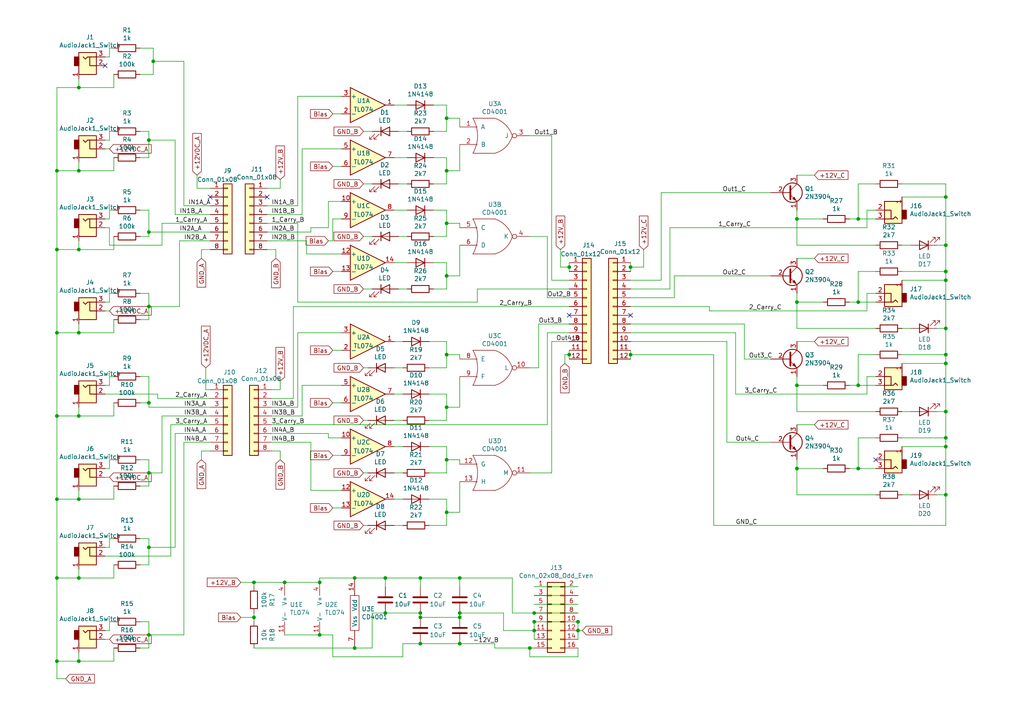
<source format=kicad_sch>
(kicad_sch (version 20250114) (generator "eeschema") (generator_version "9.0")
  (paper "A4")
  (junction (at 129.54 118.11))
  (junction (at 121.92 167.64))
  (junction (at 22.86 96.52))
  (junction (at 129.54 148.59))
  (junction (at 92.71 184.15))
  (junction (at 248.92 87.63))
  (junction (at 44.45 17.78))
  (junction (at 154.94 180.34))
  (junction (at 129.54 102.87))
  (junction (at 121.92 186.69))
  (junction (at 73.66 168.91))
  (junction (at 274.32 78.74))
  (junction (at 121.92 177.8))
  (junction (at 274.32 95.25))
  (junction (at 133.35 186.69))
  (junction (at 248.92 63.5))
  (junction (at 154.94 182.88))
  (junction (at 274.32 57.15))
  (junction (at 133.35 179.07))
  (junction (at 43.18 67.31))
  (junction (at 82.55 168.91))
  (junction (at 274.32 81.28))
  (junction (at 274.32 143.51))
  (junction (at 43.18 116.84))
  (junction (at 274.32 127))
  (junction (at 22.86 167.64))
  (junction (at 182.88 102.87))
  (junction (at 231.14 63.5))
  (junction (at 43.18 40.64))
  (junction (at 111.76 167.64))
  (junction (at 274.32 105.41))
  (junction (at 16.51 72.39))
  (junction (at 111.76 177.8))
  (junction (at 167.64 180.34))
  (junction (at 167.64 182.88))
  (junction (at 16.51 144.78))
  (junction (at 16.51 120.65))
  (junction (at 102.87 187.96))
  (junction (at 274.32 119.38))
  (junction (at 129.54 80.01))
  (junction (at 154.94 177.8))
  (junction (at 16.51 191.77))
  (junction (at 43.18 88.9))
  (junction (at 231.14 111.76))
  (junction (at 129.54 133.35))
  (junction (at 165.1 77.47))
  (junction (at 16.51 49.53))
  (junction (at 43.18 137.16))
  (junction (at 153.67 187.96))
  (junction (at 129.54 49.53))
  (junction (at 102.87 167.64))
  (junction (at 274.32 102.87))
  (junction (at 73.66 179.07))
  (junction (at 165.1 102.87))
  (junction (at 22.86 72.39))
  (junction (at 129.54 34.29))
  (junction (at 231.14 135.89))
  (junction (at 133.35 167.64))
  (junction (at 22.86 49.53))
  (junction (at 231.14 87.63))
  (junction (at 248.92 111.76))
  (junction (at 274.32 129.54))
  (junction (at 182.88 77.47))
  (junction (at 248.92 135.89))
  (junction (at 22.86 120.65))
  (junction (at 92.71 168.91))
  (junction (at 16.51 96.52))
  (junction (at 16.51 167.64))
  (junction (at 274.32 71.12))
  (junction (at 133.35 177.8))
  (junction (at 22.86 25.4))
  (junction (at 43.18 184.15))
  (junction (at 43.18 158.75))
  (junction (at 121.92 179.07))
  (junction (at 22.86 191.77))
  (junction (at 22.86 144.78))
  (junction (at 129.54 64.77))
  (no_connect (at 60.96 57.15))
  (no_connect (at 182.88 91.44))
  (no_connect (at 30.48 19.05))
  (no_connect (at 165.1 91.44))
  (no_connect (at 77.47 57.15))
  (no_connect (at 254 133.35))
  (wire (pts (xy 60.96 62.23) (xy 50.8 62.23)))
  (wire (pts (xy 78.74 120.65) (xy 87.63 120.65)))
  (wire (pts (xy 162.56 72.39) (xy 162.56 77.47)))
  (wire (pts (xy 129.54 83.82) (xy 125.73 83.82)))
  (wire (pts (xy 238.76 63.5) (xy 231.14 63.5)))
  (wire (pts (xy 40.64 109.22) (xy 43.18 109.22)))
  (wire (pts (xy 254 78.74) (xy 248.92 78.74)))
  (wire (pts (xy 102.87 187.96) (xy 107.95 187.96)))
  (wire (pts (xy 246.38 63.5) (xy 248.92 63.5)))
  (wire (pts (xy 191.77 81.28) (xy 182.88 81.28)))
  (wire (pts (xy 31.75 85.09) (xy 33.02 85.09)))
  (wire (pts (xy 129.54 38.1) (xy 125.73 38.1)))
  (wire (pts (xy 50.8 40.64) (xy 50.8 62.23)))
  (wire (pts (xy 22.86 25.4) (xy 33.02 25.4)))
  (wire (pts (xy 129.54 99.06) (xy 129.54 102.87)))
  (wire (pts (xy 43.18 45.72) (xy 40.64 45.72)))
  (wire (pts (xy 96.52 63.5) (xy 96.52 69.85)))
  (wire (pts (xy 160.02 137.16) (xy 160.02 99.06)))
  (wire (pts (xy 114.3 129.54) (xy 116.84 129.54)))
  (wire (pts (xy 133.35 134.62) (xy 133.35 133.35)))
  (wire (pts (xy 22.86 49.53) (xy 16.51 49.53)))
  (wire (pts (xy 231.14 119.38) (xy 231.14 111.76)))
  (wire (pts (xy 22.86 191.77) (xy 16.51 191.77)))
  (wire (pts (xy 182.88 78.74) (xy 182.88 77.47)))
  (wire (pts (xy 43.18 38.1) (xy 43.18 40.64)))
  (wire (pts (xy 133.35 167.64) (xy 133.35 170.18)))
  (wire (pts (xy 77.47 67.31) (xy 90.17 67.31)))
  (wire (pts (xy 116.84 137.16) (xy 114.3 137.16)))
  (wire (pts (xy 52.07 69.85) (xy 52.07 88.9)))
  (wire (pts (xy 191.77 55.88) (xy 223.52 55.88)))
  (wire (pts (xy 50.8 125.73) (xy 50.8 158.75)))
  (wire (pts (xy 99.06 63.5) (xy 96.52 63.5)))
  (wire (pts (xy 43.18 109.22) (xy 43.18 116.84)))
  (wire (pts (xy 274.32 57.15) (xy 274.32 71.12)))
  (wire (pts (xy 30.48 182.88) (xy 31.75 182.88)))
  (wire (pts (xy 60.96 123.19) (xy 49.53 123.19)))
  (wire (pts (xy 31.75 63.5) (xy 31.75 60.96)))
  (wire (pts (xy 129.54 76.2) (xy 129.54 80.01)))
  (wire (pts (xy 125.73 30.48) (xy 129.54 30.48)))
  (wire (pts (xy 44.45 13.97) (xy 44.45 17.78)))
  (wire (pts (xy 114.3 144.78) (xy 116.84 144.78)))
  (wire (pts (xy 92.71 167.64) (xy 102.87 167.64)))
  (wire (pts (xy 153.67 137.16) (xy 160.02 137.16)))
  (wire (pts (xy 248.92 53.34) (xy 254 53.34)))
  (wire (pts (xy 57.15 54.61) (xy 57.15 50.8)))
  (wire (pts (xy 87.63 43.18) (xy 87.63 62.23)))
  (wire (pts (xy 31.75 156.21) (xy 33.02 156.21)))
  (wire (pts (xy 274.32 81.28) (xy 274.32 95.25)))
  (wire (pts (xy 16.51 191.77) (xy 16.51 167.64)))
  (wire (pts (xy 81.28 54.61) (xy 77.47 54.61)))
  (wire (pts (xy 107.95 177.8) (xy 111.76 177.8)))
  (wire (pts (xy 106.68 106.68) (xy 105.41 106.68)))
  (wire (pts (xy 248.92 127) (xy 248.92 135.89)))
  (wire (pts (xy 30.48 158.75) (xy 31.75 158.75)))
  (wire (pts (xy 168.91 182.88) (xy 167.64 182.88)))
  (wire (pts (xy 22.86 167.64) (xy 33.02 167.64)))
  (wire (pts (xy 60.96 67.31) (xy 43.18 67.31)))
  (wire (pts (xy 163.83 102.87) (xy 163.83 105.41)))
  (wire (pts (xy 46.99 71.12) (xy 31.75 71.12)))
  (wire (pts (xy 30.48 63.5) (xy 31.75 63.5)))
  (wire (pts (xy 60.96 54.61) (xy 57.15 54.61)))
  (wire (pts (xy 16.51 25.4) (xy 16.51 49.53)))
  (wire (pts (xy 31.75 87.63) (xy 31.75 85.09)))
  (wire (pts (xy 22.86 72.39) (xy 33.02 72.39)))
  (wire (pts (xy 99.06 48.26) (xy 96.52 48.26)))
  (wire (pts (xy 22.86 46.99) (xy 22.86 49.53)))
  (wire (pts (xy 40.64 133.35) (xy 43.18 133.35)))
  (wire (pts (xy 254 60.96) (xy 251.46 60.96)))
  (wire (pts (xy 114.3 76.2) (xy 118.11 76.2)))
  (wire (pts (xy 92.71 168.91) (xy 92.71 167.64)))
  (wire (pts (xy 95.25 58.42) (xy 99.06 58.42)))
  (wire (pts (xy 60.96 72.39) (xy 58.42 72.39)))
  (wire (pts (xy 85.09 88.9) (xy 85.09 115.57)))
  (wire (pts (xy 86.36 64.77) (xy 86.36 87.63)))
  (wire (pts (xy 43.18 40.64) (xy 50.8 40.64)))
  (wire (pts (xy 248.92 63.5) (xy 254 63.5)))
  (wire (pts (xy 124.46 129.54) (xy 129.54 129.54)))
  (wire (pts (xy 261.62 53.34) (xy 274.32 53.34)))
  (wire (pts (xy 129.54 80.01) (xy 133.35 80.01)))
  (wire (pts (xy 40.64 180.34) (xy 43.18 180.34)))
  (wire (pts (xy 129.54 148.59) (xy 129.54 152.4)))
  (wire (pts (xy 248.92 135.89) (xy 254 135.89)))
  (wire (pts (xy 43.18 118.11) (xy 43.18 116.84)))
  (wire (pts (xy 60.96 113.03) (xy 59.69 113.03)))
  (wire (pts (xy 107.95 187.96) (xy 107.95 177.8)))
  (wire (pts (xy 31.75 109.22) (xy 33.02 109.22)))
  (wire (pts (xy 60.96 69.85) (xy 52.07 69.85)))
  (wire (pts (xy 129.54 106.68) (xy 124.46 106.68)))
  (wire (pts (xy 85.09 88.9) (xy 165.1 88.9)))
  (wire (pts (xy 45.72 115.57) (xy 45.72 114.3)))
  (wire (pts (xy 81.28 113.03) (xy 78.74 113.03)))
  (wire (pts (xy 33.02 45.72) (xy 33.02 49.53)))
  (wire (pts (xy 43.18 40.64) (xy 43.18 45.72)))
  (wire (pts (xy 33.02 21.59) (xy 33.02 25.4)))
  (wire (pts (xy 153.67 190.5) (xy 167.64 190.5)))
  (wire (pts (xy 207.01 102.87) (xy 207.01 152.4)))
  (wire (pts (xy 248.92 63.5) (xy 248.92 53.34)))
  (wire (pts (xy 31.75 90.17) (xy 30.48 90.17)))
  (wire (pts (xy 96.52 184.15) (xy 96.52 190.5)))
  (wire (pts (xy 194.31 66.04) (xy 194.31 83.82)))
  (wire (pts (xy 99.06 147.32) (xy 96.52 147.32)))
  (wire (pts (xy 254 71.12) (xy 231.14 71.12)))
  (wire (pts (xy 43.18 137.16) (xy 43.18 140.97)))
  (wire (pts (xy 31.75 71.12) (xy 31.75 66.04)))
  (wire (pts (xy 22.86 144.78) (xy 16.51 144.78)))
  (wire (pts (xy 182.88 102.87) (xy 182.88 101.6)))
  (wire (pts (xy 165.1 83.82) (xy 138.43 83.82)))
  (wire (pts (xy 50.8 158.75) (xy 43.18 158.75)))
  (wire (pts (xy 129.54 68.58) (xy 125.73 68.58)))
  (wire (pts (xy 16.51 72.39) (xy 16.51 96.52)))
  (wire (pts (xy 254 127) (xy 248.92 127)))
  (wire (pts (xy 114.3 114.3) (xy 116.84 114.3)))
  (wire (pts (xy 78.74 130.81) (xy 81.28 130.81)))
  (wire (pts (xy 40.64 85.09) (xy 43.18 85.09)))
  (wire (pts (xy 16.51 120.65) (xy 16.51 144.78)))
  (wire (pts (xy 44.45 17.78) (xy 44.45 21.59)))
  (wire (pts (xy 129.54 45.72) (xy 129.54 49.53)))
  (wire (pts (xy 129.54 114.3) (xy 129.54 118.11)))
  (wire (pts (xy 22.86 96.52) (xy 33.02 96.52)))
  (wire (pts (xy 40.64 60.96) (xy 43.18 60.96)))
  (wire (pts (xy 167.64 170.18) (xy 154.94 170.18)))
  (wire (pts (xy 248.92 102.87) (xy 248.92 111.76)))
  (wire (pts (xy 22.86 69.85) (xy 22.86 72.39)))
  (wire (pts (xy 248.92 111.76) (xy 254 111.76)))
  (wire (pts (xy 158.75 68.58) (xy 158.75 86.36)))
  (wire (pts (xy 31.75 40.64) (xy 31.75 38.1)))
  (wire (pts (xy 124.46 99.06) (xy 129.54 99.06)))
  (wire (pts (xy 254 102.87) (xy 248.92 102.87)))
  (wire (pts (xy 40.64 38.1) (xy 43.18 38.1)))
  (wire (pts (xy 165.1 101.6) (xy 165.1 102.87)))
  (wire (pts (xy 121.92 167.64) (xy 133.35 167.64)))
  (wire (pts (xy 107.95 68.58) (xy 105.41 68.58)))
  (wire (pts (xy 261.62 119.38) (xy 264.16 119.38)))
  (wire (pts (xy 129.54 133.35) (xy 129.54 137.16)))
  (wire (pts (xy 81.28 130.81) (xy 81.28 133.35)))
  (wire (pts (xy 194.31 83.82) (xy 182.88 83.82)))
  (wire (pts (xy 165.1 102.87) (xy 163.83 102.87)))
  (wire (pts (xy 80.01 72.39) (xy 80.01 74.93)))
  (wire (pts (xy 167.64 180.34) (xy 154.94 180.34)))
  (wire (pts (xy 46.99 137.16) (xy 43.18 137.16)))
  (wire (pts (xy 114.3 30.48) (xy 118.11 30.48)))
  (wire (pts (xy 129.54 137.16) (xy 124.46 137.16)))
  (wire (pts (xy 129.54 129.54) (xy 129.54 133.35)))
  (wire (pts (xy 129.54 102.87) (xy 129.54 106.68)))
  (wire (pts (xy 118.11 38.1) (xy 115.57 38.1)))
  (wire (pts (xy 99.06 132.08) (xy 96.52 132.08)))
  (wire (pts (xy 99.06 78.74) (xy 96.52 78.74)))
  (wire (pts (xy 153.67 106.68) (xy 156.21 106.68)))
  (wire (pts (xy 129.54 118.11) (xy 133.35 118.11)))
  (wire (pts (xy 274.32 81.28) (xy 261.62 81.28)))
  (wire (pts (xy 73.66 177.8) (xy 73.66 179.07)))
  (wire (pts (xy 125.73 76.2) (xy 129.54 76.2)))
  (wire (pts (xy 129.54 64.77) (xy 133.35 64.77)))
  (wire (pts (xy 146.05 177.8) (xy 146.05 182.88)))
  (wire (pts (xy 30.48 40.64) (xy 31.75 40.64)))
  (wire (pts (xy 274.32 71.12) (xy 274.32 78.74)))
  (wire (pts (xy 165.1 78.74) (xy 165.1 77.47)))
  (wire (pts (xy 251.46 114.3) (xy 213.36 114.3)))
  (wire (pts (xy 254 119.38) (xy 231.14 119.38)))
  (wire (pts (xy 182.88 104.14) (xy 182.88 102.87)))
  (wire (pts (xy 22.86 120.65) (xy 33.02 120.65)))
  (wire (pts (xy 238.76 111.76) (xy 231.14 111.76)))
  (wire (pts (xy 274.32 129.54) (xy 261.62 129.54)))
  (wire (pts (xy 31.75 158.75) (xy 31.75 156.21)))
  (wire (pts (xy 31.75 13.97) (xy 33.02 13.97)))
  (wire (pts (xy 59.69 113.03) (xy 59.69 106.68)))
  (wire (pts (xy 165.1 102.87) (xy 165.1 104.14)))
  (wire (pts (xy 86.36 27.94) (xy 86.36 59.69)))
  (wire (pts (xy 22.86 118.11) (xy 22.86 120.65)))
  (wire (pts (xy 85.09 115.57) (xy 78.74 115.57)))
  (wire (pts (xy 86.36 118.11) (xy 86.36 96.52)))
  (wire (pts (xy 210.82 99.06) (xy 210.82 128.27)))
  (wire (pts (xy 30.48 43.18) (xy 31.75 43.18)))
  (wire (pts (xy 195.58 80.01) (xy 195.58 86.36)))
  (wire (pts (xy 90.17 128.27) (xy 90.17 142.24)))
  (wire (pts (xy 31.75 38.1) (xy 33.02 38.1)))
  (wire (pts (xy 133.35 49.53) (xy 133.35 41.91)))
  (wire (pts (xy 73.66 168.91) (xy 82.55 168.91)))
  (wire (pts (xy 138.43 83.82) (xy 138.43 87.63)))
  (wire (pts (xy 60.96 125.73) (xy 50.8 125.73)))
  (wire (pts (xy 43.18 68.58) (xy 40.64 68.58)))
  (wire (pts (xy 167.64 182.88) (xy 167.64 185.42)))
  (wire (pts (xy 82.55 184.15) (xy 92.71 184.15)))
  (wire (pts (xy 231.14 87.63) (xy 231.14 85.09)))
  (wire (pts (xy 60.96 59.69) (xy 53.34 59.69)))
  (wire (pts (xy 160.02 81.28) (xy 160.02 39.37)))
  (wire (pts (xy 133.35 104.14) (xy 133.35 102.87)))
  (wire (pts (xy 58.42 72.39) (xy 58.42 74.93)))
  (wire (pts (xy 99.06 116.84) (xy 96.52 116.84)))
  (wire (pts (xy 22.86 120.65) (xy 16.51 120.65)))
  (wire (pts (xy 146.05 182.88) (xy 154.94 182.88)))
  (wire (pts (xy 82.55 168.91) (xy 92.71 168.91)))
  (wire (pts (xy 116.84 186.69) (xy 121.92 186.69)))
  (wire (pts (xy 30.48 111.76) (xy 31.75 111.76)))
  (wire (pts (xy 143.51 186.69) (xy 133.35 186.69)))
  (wire (pts (xy 44.45 21.59) (xy 40.64 21.59)))
  (wire (pts (xy 16.51 144.78) (xy 16.51 167.64)))
  (wire (pts (xy 167.64 175.26) (xy 154.94 175.26)))
  (wire (pts (xy 129.54 49.53) (xy 129.54 53.34)))
  (wire (pts (xy 138.43 87.63) (xy 86.36 87.63)))
  (wire (pts (xy 153.67 68.58) (xy 158.75 68.58)))
  (wire (pts (xy 33.02 92.71) (xy 33.02 96.52)))
  (wire (pts (xy 44.45 17.78) (xy 53.34 17.78)))
  (wire (pts (xy 95.25 66.04) (xy 95.25 58.42)))
  (wire (pts (xy 205.74 88.9) (xy 182.88 88.9)))
  (wire (pts (xy 154.94 187.96) (xy 153.67 187.96)))
  (wire (pts (xy 33.02 187.96) (xy 33.02 191.77)))
  (wire (pts (xy 215.9 104.14) (xy 223.52 104.14)))
  (wire (pts (xy 107.95 53.34) (xy 105.41 53.34)))
  (wire (pts (xy 156.21 106.68) (xy 156.21 93.98)))
  (wire (pts (xy 195.58 86.36) (xy 182.88 86.36)))
  (wire (pts (xy 43.18 60.96) (xy 43.18 67.31)))
  (wire (pts (xy 118.11 68.58) (xy 115.57 68.58)))
  (wire (pts (xy 43.18 88.9) (xy 43.18 92.71)))
  (wire (pts (xy 186.69 72.39) (xy 186.69 77.47)))
  (wire (pts (xy 87.63 43.18) (xy 99.06 43.18)))
  (wire (pts (xy 254 143.51) (xy 231.14 143.51)))
  (wire (pts (xy 30.48 161.29) (xy 49.53 161.29)))
  (wire (pts (xy 111.76 167.64) (xy 121.92 167.64)))
  (wire (pts (xy 274.32 53.34) (xy 274.32 57.15)))
  (wire (pts (xy 31.75 111.76) (xy 31.75 109.22)))
  (wire (pts (xy 251.46 109.22) (xy 251.46 114.3)))
  (wire (pts (xy 46.99 64.77) (xy 60.96 64.77)))
  (wire (pts (xy 154.94 182.88) (xy 154.94 185.42)))
  (wire (pts (xy 78.74 118.11) (xy 86.36 118.11)))
  (wire (pts (xy 118.11 83.82) (xy 115.57 83.82)))
  (wire (pts (xy 133.35 80.01) (xy 133.35 71.12)))
  (wire (pts (xy 114.3 60.96) (xy 118.11 60.96)))
  (wire (pts (xy 22.86 142.24) (xy 22.86 144.78)))
  (wire (pts (xy 31.75 16.51) (xy 31.75 13.97)))
  (wire (pts (xy 81.28 52.07) (xy 81.28 54.61)))
  (wire (pts (xy 124.46 144.78) (xy 129.54 144.78)))
  (wire (pts (xy 231.14 95.25) (xy 231.14 87.63)))
  (wire (pts (xy 43.18 163.83) (xy 40.64 163.83)))
  (wire (pts (xy 106.68 137.16) (xy 105.41 137.16)))
  (wire (pts (xy 182.88 77.47) (xy 182.88 76.2)))
  (wire (pts (xy 261.62 57.15) (xy 274.32 57.15)))
  (wire (pts (xy 182.88 99.06) (xy 210.82 99.06)))
  (wire (pts (xy 73.66 187.96) (xy 102.87 187.96)))
  (wire (pts (xy 60.96 130.81) (xy 58.42 130.81)))
  (wire (pts (xy 251.46 90.17) (xy 205.74 90.17)))
  (wire (pts (xy 116.84 152.4) (xy 114.3 152.4)))
  (wire (pts (xy 121.92 177.8) (xy 121.92 179.07)))
  (wire (pts (xy 129.54 64.77) (xy 129.54 68.58)))
  (wire (pts (xy 133.35 118.11) (xy 133.35 109.22)))
  (wire (pts (xy 106.68 121.92) (xy 105.41 121.92)))
  (wire (pts (xy 153.67 187.96) (xy 143.51 187.96)))
  (wire (pts (xy 160.02 99.06) (xy 165.1 99.06)))
  (wire (pts (xy 73.66 179.07) (xy 73.66 180.34)))
  (wire (pts (xy 195.58 80.01) (xy 223.52 80.01)))
  (wire (pts (xy 121.92 186.69) (xy 133.35 186.69)))
  (wire (pts (xy 92.71 184.15) (xy 96.52 184.15)))
  (wire (pts (xy 129.54 30.48) (xy 129.54 34.29)))
  (wire (pts (xy 60.96 118.11) (xy 43.18 118.11)))
  (wire (pts (xy 251.46 60.96) (xy 251.46 66.04)))
  (wire (pts (xy 148.59 167.64) (xy 133.35 167.64)))
  (wire (pts (xy 22.86 165.1) (xy 22.86 167.64)))
  (wire (pts (xy 16.51 196.85) (xy 16.51 191.77)))
  (wire (pts (xy 87.63 111.76) (xy 99.06 111.76)))
  (wire (pts (xy 165.1 77.47) (xy 165.1 76.2)))
  (wire (pts (xy 231.14 71.12) (xy 231.14 63.5)))
  (wire (pts (xy 167.64 180.34) (xy 167.64 182.88)))
  (wire (pts (xy 194.31 66.04) (xy 251.46 66.04)))
  (wire (pts (xy 156.21 93.98) (xy 165.1 93.98)))
  (wire (pts (xy 96.52 190.5) (xy 116.84 190.5)))
  (wire (pts (xy 254 109.22) (xy 251.46 109.22)))
  (wire (pts (xy 95.25 127) (xy 99.06 127)))
  (wire (pts (xy 231.14 99.06) (xy 236.22 99.06)))
  (wire (pts (xy 274.32 102.87) (xy 274.32 105.41)))
  (wire (pts (xy 133.35 177.8) (xy 133.35 179.07)))
  (wire (pts (xy 254 95.25) (xy 231.14 95.25)))
  (wire (pts (xy 16.51 196.85) (xy 19.05 196.85)))
  (wire (pts (xy 31.75 185.42) (xy 30.48 185.42)))
  (wire (pts (xy 107.95 38.1) (xy 105.41 38.1)))
  (wire (pts (xy 31.75 135.89) (xy 31.75 133.35)))
  (wire (pts (xy 153.67 187.96) (xy 153.67 190.5)))
  (wire (pts (xy 31.75 182.88) (xy 31.75 180.34)))
  (wire (pts (xy 251.46 85.09) (xy 251.46 90.17)))
  (wire (pts (xy 88.9 69.85) (xy 88.9 73.66)))
  (wire (pts (xy 114.3 99.06) (xy 116.84 99.06)))
  (wire (pts (xy 118.11 53.34) (xy 115.57 53.34)))
  (wire (pts (xy 154.94 172.72) (xy 167.64 172.72)))
  (wire (pts (xy 246.38 111.76) (xy 248.92 111.76)))
  (wire (pts (xy 158.75 86.36) (xy 165.1 86.36)))
  (wire (pts (xy 125.73 60.96) (xy 129.54 60.96)))
  (wire (pts (xy 129.54 152.4) (xy 124.46 152.4)))
  (wire (pts (xy 16.51 167.64) (xy 22.86 167.64)))
  (wire (pts (xy 238.76 135.89) (xy 231.14 135.89)))
  (wire (pts (xy 53.34 128.27) (xy 53.34 184.15)))
  (wire (pts (xy 231.14 74.93) (xy 236.22 74.93)))
  (wire (pts (xy 133.35 102.87) (xy 129.54 102.87)))
  (wire (pts (xy 77.47 69.85) (xy 88.9 69.85)))
  (wire (pts (xy 261.62 143.51) (xy 264.16 143.51)))
  (wire (pts (xy 133.35 34.29) (xy 129.54 34.29)))
  (wire (pts (xy 22.86 22.86) (xy 22.86 25.4)))
  (wire (pts (xy 215.9 93.98) (xy 215.9 104.14)))
  (wire (pts (xy 22.86 144.78) (xy 33.02 144.78)))
  (wire (pts (xy 124.46 114.3) (xy 129.54 114.3)))
  (wire (pts (xy 77.47 72.39) (xy 80.01 72.39)))
  (wire (pts (xy 22.86 96.52) (xy 16.51 96.52)))
  (wire (pts (xy 86.36 96.52) (xy 99.06 96.52)))
  (wire (pts (xy 60.96 120.65) (xy 46.99 120.65)))
  (wire (pts (xy 261.62 127) (xy 274.32 127)))
  (wire (pts (xy 143.51 187.96) (xy 143.51 186.69)))
  (wire (pts (xy 167.64 190.5) (xy 167.64 187.96)))
  (wire (pts (xy 246.38 87.63) (xy 248.92 87.63)))
  (wire (pts (xy 121.92 179.07) (xy 133.35 179.07)))
  (wire (pts (xy 261.62 102.87) (xy 274.32 102.87)))
  (wire (pts (xy 77.47 62.23) (xy 87.63 62.23)))
  (wire (pts (xy 69.85 179.07) (xy 73.66 179.07)))
  (wire (pts (xy 261.62 95.25) (xy 264.16 95.25)))
  (wire (pts (xy 43.18 116.84) (xy 40.64 116.84)))
  (wire (pts (xy 30.48 87.63) (xy 31.75 87.63)))
  (wire (pts (xy 16.51 49.53) (xy 16.51 72.39)))
  (wire (pts (xy 22.86 189.23) (xy 22.86 191.77)))
  (wire (pts (xy 102.87 167.64) (xy 111.76 167.64)))
  (wire (pts (xy 116.84 106.68) (xy 114.3 106.68)))
  (wire (pts (xy 133.35 36.83) (xy 133.35 34.29)))
  (wire (pts (xy 43.18 158.75) (xy 43.18 163.83)))
  (wire (pts (xy 231.14 63.5) (xy 231.14 60.96)))
  (wire (pts (xy 43.18 85.09) (xy 43.18 88.9)))
  (wire (pts (xy 43.18 156.21) (xy 43.18 158.75)))
  (wire (pts (xy 43.18 133.35) (xy 43.18 137.16)))
  (wire (pts (xy 86.36 27.94) (xy 99.06 27.94)))
  (wire (pts (xy 261.62 78.74) (xy 274.32 78.74)))
  (wire (pts (xy 22.86 49.53) (xy 33.02 49.53)))
  (wire (pts (xy 129.54 144.78) (xy 129.54 148.59)))
  (wire (pts (xy 73.66 168.91) (xy 73.66 170.18)))
  (wire (pts (xy 33.02 116.84) (xy 33.02 120.65)))
  (wire (pts (xy 45.72 114.3) (xy 30.48 114.3)))
  (wire (pts (xy 248.92 87.63) (xy 254 87.63)))
  (wire (pts (xy 153.67 39.37) (xy 160.02 39.37)))
  (wire (pts (xy 129.54 34.29) (xy 129.54 38.1)))
  (wire (pts (xy 40.64 13.97) (xy 44.45 13.97)))
  (wire (pts (xy 274.32 152.4) (xy 274.32 143.51)))
  (wire (pts (xy 121.92 167.64) (xy 121.92 170.18)))
  (wire (pts (xy 129.54 60.96) (xy 129.54 64.77)))
  (wire (pts (xy 231.14 135.89) (xy 231.14 133.35)))
  (wire (pts (xy 116.84 121.92) (xy 114.3 121.92)))
  (wire (pts (xy 43.18 67.31) (xy 43.18 68.58)))
  (wire (pts (xy 165.1 81.28) (xy 160.02 81.28)))
  (wire (pts (xy 213.36 114.3) (xy 213.36 96.52)))
  (wire (pts (xy 99.06 73.66) (xy 88.9 73.66)))
  (wire (pts (xy 106.68 152.4) (xy 105.41 152.4)))
  (wire (pts (xy 90.17 67.31) (xy 90.17 66.04)))
  (wire (pts (xy 33.02 163.83) (xy 33.02 167.64)))
  (wire (pts (xy 53.34 184.15) (xy 43.18 184.15)))
  (wire (pts (xy 274.32 105.41) (xy 261.62 105.41)))
  (wire (pts (xy 191.77 55.88) (xy 191.77 81.28)))
  (wire (pts (xy 53.34 17.78) (xy 53.34 59.69)))
  (wire (pts (xy 22.86 93.98) (xy 22.86 96.52)))
  (wire (pts (xy 99.06 101.6) (xy 96.52 101.6)))
  (wire (pts (xy 182.88 102.87) (xy 207.01 102.87)))
  (wire (pts (xy 96.52 69.85) (xy 95.25 69.85)))
  (wire (pts (xy 60.96 128.27) (xy 53.34 128.27)))
  (wire (pts (xy 43.18 180.34) (xy 43.18 184.15)))
  (wire (pts (xy 274.32 127) (xy 274.32 129.54)))
  (wire (pts (xy 69.85 168.91) (xy 73.66 168.91)))
  (wire (pts (xy 52.07 88.9) (xy 43.18 88.9)))
  (wire (pts (xy 43.18 92.71) (xy 40.64 92.71)))
  (wire (pts (xy 133.35 133.35) (xy 129.54 133.35)))
  (wire (pts (xy 236.22 123.19) (xy 231.14 123.19)))
  (wire (pts (xy 274.32 95.25) (xy 274.32 102.87)))
  (wire (pts (xy 46.99 120.65) (xy 46.99 137.16)))
  (wire (pts (xy 90.17 66.04) (xy 95.25 66.04)))
  (wire (pts (xy 87.63 111.76) (xy 87.63 120.65)))
  (wire (pts (xy 22.86 191.77) (xy 33.02 191.77)))
  (wire (pts (xy 271.78 119.38) (xy 274.32 119.38)))
  (wire (pts (xy 133.35 177.8) (xy 146.05 177.8)))
  (wire (pts (xy 22.86 72.39) (xy 16.51 72.39)))
  (wire (pts (xy 210.82 128.27) (xy 223.52 128.27)))
  (wire (pts (xy 129.54 53.34) (xy 125.73 53.34)))
  (wire (pts (xy 129.54 49.53) (xy 133.35 49.53)))
  (wire (pts (xy 182.88 93.98) (xy 215.9 93.98)))
  (wire (pts (xy 129.54 80.01) (xy 129.54 83.82)))
  (wire (pts (xy 271.78 143.51) (xy 274.32 143.51)))
  (wire (pts (xy 274.32 143.51) (xy 274.32 129.54)))
  (wire (pts (xy 158.75 123.19) (xy 158.75 96.52)))
  (wire (pts (xy 274.32 78.74) (xy 274.32 81.28)))
  (wire (pts (xy 78.74 125.73) (xy 95.25 125.73)))
  (wire (pts (xy 33.02 140.97) (xy 33.02 144.78)))
  (wire (pts (xy 129.54 121.92) (xy 124.46 121.92)))
  (wire (pts (xy 31.75 133.35) (xy 33.02 133.35)))
  (wire (pts (xy 116.84 190.5) (xy 116.84 186.69)))
  (wire (pts (xy 49.53 123.19) (xy 49.53 161.29)))
  (wire (pts (xy 78.74 123.19) (xy 158.75 123.19)))
  (wire (pts (xy 129.54 118.11) (xy 129.54 121.92)))
  (wire (pts (xy 167.64 177.8) (xy 154.94 177.8)))
  (wire (pts (xy 246.38 135.89) (xy 248.92 135.89)))
  (wire (pts (xy 78.74 128.27) (xy 90.17 128.27)))
  (wire (pts (xy 274.32 119.38) (xy 274.32 127)))
  (wire (pts (xy 16.51 96.52) (xy 16.51 120.65)))
  (wire (pts (xy 231.14 50.8) (xy 236.22 50.8)))
  (wire (pts (xy 271.78 95.25) (xy 274.32 95.25)))
  (wire (pts (xy 45.72 115.57) (xy 60.96 115.57)))
  (wire (pts (xy 111.76 177.8) (xy 121.92 177.8)))
  (wire (pts (xy 31.75 60.96) (xy 33.02 60.96)))
  (wire (pts (xy 30.48 16.51) (xy 31.75 16.51)))
  (wire (pts (xy 154.94 182.88) (xy 154.94 180.34)))
  (wire (pts (xy 274.32 105.41) (xy 274.32 119.38)))
  (wire (pts (xy 43.18 140.97) (xy 40.64 140.97)))
  (wire (pts (xy 125.73 45.72) (xy 129.54 45.72)))
  (wire (pts (xy 31.75 138.43) (xy 30.48 138.43)))
  (wire (pts (xy 99.06 33.02) (xy 96.52 33.02)))
  (wire (pts (xy 43.18 184.15) (xy 43.18 187.96)))
  (wire (pts (xy 86.36 64.77) (xy 77.47 64.77)))
  (wire (pts (xy 22.86 25.4) (xy 16.51 25.4)))
  (wire (pts (xy 58.42 130.81) (xy 58.42 133.35)))
  (wire (pts (xy 46.99 71.12) (xy 46.99 64.77)))
  (wire (pts (xy 31.75 66.04) (xy 30.48 66.04)))
  (wire (pts (xy 40.64 156.21) (xy 43.18 156.21)))
  (wire (pts (xy 158.75 96.52) (xy 165.1 96.52)))
  (wire (pts (xy 114.3 45.72) (xy 118.11 45.72)))
  (wire (pts (xy 107.95 83.82) (xy 105.41 83.82)))
  (wire (pts (xy 238.76 87.63) (xy 231.14 87.63)))
  (wire (pts (xy 31.75 180.34) (xy 33.02 180.34)))
  (wire (pts (xy 133.35 148.59) (xy 133.35 139.7)))
  (wire (pts (xy 231.14 143.51) (xy 231.14 135.89)))
  (wire (pts (xy 231.14 111.76) (xy 231.14 109.22)))
  (wire (pts (xy 95.25 125.73) (xy 95.25 127)))
  (wire (pts (xy 205.74 90.17) (xy 205.74 88.9)))
  (wire (pts (xy 254 85.09) (xy 251.46 85.09)))
  (wire (pts (xy 77.47 59.69) (xy 86.36 59.69)))
  (wire (pts (xy 248.92 78.74) (xy 248.92 87.63)))
  (wire (pts (xy 90.17 142.24) (xy 99.06 142.24)))
  (wire (pts (xy 43.18 187.96) (xy 40.64 187.96)))
  (wire (pts (xy 182.88 96.52) (xy 213.36 96.52)))
  (wire (pts (xy 81.28 110.49) (xy 81.28 113.03)))
  (wire (pts (xy 271.78 71.12) (xy 274.32 71.12)))
  (wire (pts (xy 30.48 135.89) (xy 31.75 135.89)))
  (wire (pts (xy 111.76 167.64) (xy 111.76 170.18)))
  (wire (pts (xy 207.01 152.4) (xy 274.32 152.4)))
  (wire (pts (xy 129.54 148.59) (xy 133.35 148.59)))
  (wire (pts (xy 154.94 177.8) (xy 148.59 177.8)))
  (wire (pts (xy 186.69 77.47) (xy 182.88 77.47)))
  (wire (pts (xy 162.56 77.47) (xy 165.1 77.47)))
  (wire (pts (xy 261.62 71.12) (xy 264.16 71.12)))
  (wire (pts (xy 33.02 68.58) (xy 33.02 72.39)))
  (wire (pts (xy 133.35 64.77) (xy 133.35 66.04)))
  (wire (pts (xy 148.59 177.8) (xy 148.59 167.64)))
  (label "3_Carry_B" (at 78.74 123.19 0))
  (label "Out4_C" (at 213.36 128.27 0))
  (label "-12V_B" (at 137.16 186.69 0))
  (label "Out4_B" (at 161.29 99.06 0))
  (label "IN2A_A" (at 52.07 67.31 0))
  (label "GND_C" (at 213.36 152.4 0))
  (label "2_Carry_C" (at 217.17 90.17 0))
  (label "Out2_C" (at 209.55 80.01 0))
  (label "IN4B_A" (at 53.34 128.27 0))
  (label "IN2B_A" (at 53.34 69.85 0))
  (label "1_Carry_A" (at 50.8 64.77 0))
  (label "Out1_B" (at 154.94 39.37 0))
  (label "IN4A_B" (at 78.74 125.73 0))
  (label "IN2B_B" (at 78.74 69.85 0))
  (label "IN1A_A" (at 54.61 59.69 0))
  (label "IN1A_B" (at 78.74 59.69 0))
  (label "IN3A_A" (at 53.34 118.11 0))
  (label "2_Carry_A" (at 50.8 115.57 0))
  (label "Out3_C" (at 217.17 104.14 0))
  (label "IN1B_A" (at 52.07 62.23 0))
  (label "IN4A_A" (at 53.34 125.73 0))
  (label "1_Carry_C" (at 208.28 66.04 0))
  (label "Out3_B" (at 156.21 93.98 0))
  (label "Out2_B" (at 158.75 86.36 0))
  (label "IN3B_B" (at 78.74 120.65 0))
  (label "IN3A_B" (at 78.74 118.11 0))
  (label "1_Carry_B" (at 78.74 64.77 0))
  (label "3_Carry_C" (at 215.9 114.3 0))
  (label "Out1_C" (at 209.55 55.88 0))
  (label "IN3B_A" (at 53.34 120.65 0))
  (label "2_Carry_B" (at 144.78 88.9 0))
  (label "3_Carry_A" (at 50.8 123.19 0))
  (label "IN1B_B" (at 78.74 62.23 0))
  (label "IN2A_B" (at 78.74 67.31 0))
  (label "IN4B_B" (at 78.74 128.27 0))
  (global_label "Bias" (shape input) (at 96.52 101.6 180) (property "Intersheetrefs" "${INTERSHEET_REFS}" (effects (hide yes))))
  (global_label "+12V_C" (shape input) (at 236.22 123.19 0) (property "Intersheetrefs" "${INTERSHEET_REFS}" (effects (hide yes))))
  (global_label "GND_B" (shape input) (at 105.41 38.1 180) (property "Intersheetrefs" "${INTERSHEET_REFS}" (effects (hide yes))))
  (global_label "Bias" (shape input) (at 96.52 48.26 180) (property "Intersheetrefs" "${INTERSHEET_REFS}" (effects (hide yes))))
  (global_label "GND_A" (shape input) (at 19.05 196.85 0) (property "Intersheetrefs" "${INTERSHEET_REFS}" (effects (hide yes))))
  (global_label "GND_A" (shape input) (at 58.42 74.93 270) (property "Intersheetrefs" "${INTERSHEET_REFS}" (effects (hide yes))))
  (global_label "GND_B" (shape input) (at 105.41 53.34 180) (property "Intersheetrefs" "${INTERSHEET_REFS}" (effects (hide yes))))
  (global_label "Bias" (shape input) (at 96.52 116.84 180) (property "Intersheetrefs" "${INTERSHEET_REFS}" (effects (hide yes))))
  (global_label "Bias" (shape input) (at 96.52 33.02 180) (property "Intersheetrefs" "${INTERSHEET_REFS}" (effects (hide yes))))
  (global_label "+12V_B" (shape input) (at 81.28 110.49 90) (property "Intersheetrefs" "${INTERSHEET_REFS}" (effects (hide yes))))
  (global_label "+12V_B" (shape input) (at 69.85 168.91 180) (property "Intersheetrefs" "${INTERSHEET_REFS}" (effects (hide yes))))
  (global_label "GND_B" (shape input) (at 105.41 121.92 180) (property "Intersheetrefs" "${INTERSHEET_REFS}" (effects (hide yes))))
  (global_label "+12V_C" (shape input) (at 236.22 50.8 0) (property "Intersheetrefs" "${INTERSHEET_REFS}" (effects (hide yes))))
  (global_label "+12VDC_A" (shape input) (at 59.69 106.68 90) (property "Intersheetrefs" "${INTERSHEET_REFS}" (effects (hide yes))))
  (global_label "+12V_B" (shape input) (at 81.28 52.07 90) (property "Intersheetrefs" "${INTERSHEET_REFS}" (effects (hide yes))))
  (global_label "+12V_B" (shape input) (at 162.56 72.39 90) (property "Intersheetrefs" "${INTERSHEET_REFS}" (effects (hide yes))))
  (global_label "+12V_C" (shape input) (at 186.69 72.39 90) (property "Intersheetrefs" "${INTERSHEET_REFS}" (effects (hide yes))))
  (global_label "+12VDC_A" (shape input) (at 31.75 185.42 0) (property "Intersheetrefs" "${INTERSHEET_REFS}" (effects (hide yes))))
  (global_label "+12VDC_A" (shape input) (at 31.75 138.43 0) (property "Intersheetrefs" "${INTERSHEET_REFS}" (effects (hide yes))))
  (global_label "Bias" (shape input) (at 95.25 69.85 180) (property "Intersheetrefs" "${INTERSHEET_REFS}" (effects (hide yes))))
  (global_label "GND_B" (shape input) (at 168.91 182.88 0) (property "Intersheetrefs" "${INTERSHEET_REFS}" (effects (hide yes))))
  (global_label "GND_B" (shape input) (at 105.41 137.16 180) (property "Intersheetrefs" "${INTERSHEET_REFS}" (effects (hide yes))))
  (global_label "GND_B" (shape input) (at 81.28 133.35 270) (property "Intersheetrefs" "${INTERSHEET_REFS}" (effects (hide yes))))
  (global_label "GND_B" (shape input) (at 163.83 105.41 270) (property "Intersheetrefs" "${INTERSHEET_REFS}" (effects (hide yes))))
  (global_label "GND_A" (shape input) (at 58.42 133.35 270) (property "Intersheetrefs" "${INTERSHEET_REFS}" (effects (hide yes))))
  (global_label "GND_B" (shape input) (at 80.01 74.93 270) (property "Intersheetrefs" "${INTERSHEET_REFS}" (effects (hide yes))))
  (global_label "+12VDC_A" (shape input) (at 57.15 50.8 90) (property "Intersheetrefs" "${INTERSHEET_REFS}" (effects (hide yes))))
  (global_label "Bias" (shape input) (at 69.85 179.07 180) (property "Intersheetrefs" "${INTERSHEET_REFS}" (effects (hide yes))))
  (global_label "GND_B" (shape input) (at 105.41 68.58 180) (property "Intersheetrefs" "${INTERSHEET_REFS}" (effects (hide yes))))
  (global_label "+12VDC_A" (shape input) (at 31.75 43.18 0) (property "Intersheetrefs" "${INTERSHEET_REFS}" (effects (hide yes))))
  (global_label "GND_B" (shape input) (at 105.41 83.82 180) (property "Intersheetrefs" "${INTERSHEET_REFS}" (effects (hide yes))))
  (global_label "+12V_C" (shape input) (at 236.22 99.06 0) (property "Intersheetrefs" "${INTERSHEET_REFS}" (effects (hide yes))))
  (global_label "+12VDC_A" (shape input) (at 31.75 90.17 0) (property "Intersheetrefs" "${INTERSHEET_REFS}" (effects (hide yes))))
  (global_label "Bias" (shape input) (at 96.52 78.74 180) (property "Intersheetrefs" "${INTERSHEET_REFS}" (effects (hide yes))))
  (global_label "Bias" (shape input) (at 96.52 147.32 180) (property "Intersheetrefs" "${INTERSHEET_REFS}" (effects (hide yes))))
  (global_label "+12V_C" (shape input) (at 236.22 74.93 0) (property "Intersheetrefs" "${INTERSHEET_REFS}" (effects (hide yes))))
  (global_label "GND_B" (shape input) (at 105.41 106.68 180) (property "Intersheetrefs" "${INTERSHEET_REFS}" (effects (hide yes))))
  (global_label "Bias" (shape input) (at 96.52 132.08 180) (property "Intersheetrefs" "${INTERSHEET_REFS}" (effects (hide yes))))
  (global_label "GND_B" (shape input) (at 105.41 152.4 180) (property "Intersheetrefs" "${INTERSHEET_REFS}" (effects (hide yes))))
  (symbol (lib_id "Connector_Generic:Conn_02x08_Odd_Even") (at 160.02 177.8 0) (unit 1)
    (property "Reference" "J13" (at 161.29 164.6682 0))
    (property "Value" "Conn_02x08_Odd_Even" (at 161.29 166.9796 0))
    (property "Footprint" "Pin_Headers:Pin_Header_Straight_2x08_Pitch2.54mm" (effects (hide yes)))
  )
  (symbol (lib_id "Custom_Lib:AudioJack1_Switch") (at 25.4 19.05 0) (unit 1)
    (property "Reference" "J1" (at 26.1112 10.795 0))
    (property "Value" "AudioJack1_Switch" (at 26.1112 13.1064 0))
    (property "Footprint" "Custom_Library:Mono_Jack_3.5mm_Switch_Switchcraft_35RAPC2AH3" (effects (hide yes)))
  )
  (symbol (lib_id "Custom_Lib:AudioJack1_Switch") (at 259.08 60.96 180) (unit 1)
    (property "Reference" "J16" (at 263.8552 59.7154 0) (effects (justify right)))
    (property "Value" "AudioJack1_Switch" (at 263.8552 62.0268 0) (effects (justify right)))
    (property "Footprint" "Custom_Library:Mono_Jack_3.5mm_Switch_Switchcraft_35RAPC2AH3" (effects (hide yes)))
  )
  (symbol (lib_id "Custom_Lib:AudioJack1_Switch") (at 259.08 85.09 180) (unit 1)
    (property "Reference" "J17" (at 263.8552 83.8454 0) (effects (justify right)))
    (property "Value" "AudioJack1_Switch" (at 263.8552 86.1568 0) (effects (justify right)))
    (property "Footprint" "Custom_Library:Mono_Jack_3.5mm_Switch_Switchcraft_35RAPC2AH3" (effects (hide yes)))
  )
  (symbol (lib_id "Custom_Lib:AudioJack1_Switch") (at 259.08 133.35 180) (unit 1)
    (property "Reference" "J19" (at 263.8552 132.1054 0) (effects (justify right)))
    (property "Value" "AudioJack1_Switch" (at 263.8552 134.4168 0) (effects (justify right)))
    (property "Footprint" "Custom_Library:Mono_Jack_3.5mm_Switch_Switchcraft_35RAPC2AH3" (effects (hide yes)))
  )
  (symbol (lib_id "Custom_Lib:AudioJack1_Switch") (at 259.08 109.22 180) (unit 1)
    (property "Reference" "J18" (at 263.8552 107.9754 0) (effects (justify right)))
    (property "Value" "AudioJack1_Switch" (at 263.8552 110.2868 0) (effects (justify right)))
    (property "Footprint" "Custom_Library:Mono_Jack_3.5mm_Switch_Switchcraft_35RAPC2AH3" (effects (hide yes)))
  )
  (symbol (lib_id "Device:C") (at 121.92 173.99 180) (unit 1)
    (property "Reference" "C2" (at 127 172.72 0))
    (property "Value" "10uF" (at 127 175.26 0))
    (property "Footprint" "Capacitors_THT:C_Disc_D5.0mm_W2.5mm_P2.50mm" (effects (hide yes)))
  )
  (symbol (lib_id "Device:LED") (at 267.97 71.12 180) (unit 1)
    (property "Reference" "D17" (at 268.1478 76.6064 0))
    (property "Value" "LED" (at 268.1478 74.295 0))
    (property "Footprint" "LEDs:LED_Rectangular_W3.9mm_H1.9mm" (effects (hide yes)))
  )
  (symbol (lib_id "Device:R") (at 257.81 71.12 270) (unit 1)
    (property "Reference" "R32" (at 257.81 65.8622 90))
    (property "Value" "2k7" (at 257.81 68.1736 90))
    (property "Footprint" "Resistors_THT:R_Axial_DIN0207_L6.3mm_D2.5mm_P10.16mm_Horizontal" (effects (hide yes)))
  )
  (symbol (lib_id "Device:LED") (at 267.97 95.25 180) (unit 1)
    (property "Reference" "D18" (at 268.1478 100.7364 0))
    (property "Value" "LED" (at 268.1478 98.425 0))
    (property "Footprint" "LEDs:LED_Rectangular_W3.9mm_H1.9mm" (effects (hide yes)))
  )
  (symbol (lib_id "Device:LED") (at 267.97 119.38 180) (unit 1)
    (property "Reference" "D19" (at 268.1478 124.8664 0))
    (property "Value" "LED" (at 268.1478 122.555 0))
    (property "Footprint" "LEDs:LED_Rectangular_W3.9mm_H1.9mm" (effects (hide yes)))
  )
  (symbol (lib_id "Device:LED") (at 267.97 143.51 180) (unit 1)
    (property "Reference" "D20" (at 268.1478 148.9964 0))
    (property "Value" "LED" (at 268.1478 146.685 0))
    (property "Footprint" "LEDs:LED_Rectangular_W3.9mm_H1.9mm" (effects (hide yes)))
  )
  (symbol (lib_id "Device:R") (at 257.81 78.74 270) (unit 1)
    (property "Reference" "R33" (at 257.81 73.4822 90))
    (property "Value" "1k" (at 257.81 75.7936 90))
    (property "Footprint" "Resistors_THT:R_Axial_DIN0207_L6.3mm_D2.5mm_P10.16mm_Horizontal" (effects (hide yes)))
  )
  (symbol (lib_id "Connector_Generic:Conn_01x08") (at 66.04 62.23 0) (unit 1)
    (property "Reference" "J9" (at 64.77 49.53 0) (effects (justify left)))
    (property "Value" "Conn_01x08" (at 57.15 52.07 0) (effects (justify left)))
    (property "Footprint" "Pin_Headers:Pin_Header_Straight_1x08_Pitch2.54mm" (effects (hide yes)))
  )
  (symbol (lib_id "Connector_Generic:Conn_01x08") (at 72.39 62.23 0) (mirror y) (unit 1)
    (property "Reference" "J11" (at 74.4728 49.0982 0))
    (property "Value" "Conn_01x08" (at 74.4728 51.4096 0))
    (property "Footprint" "Pin_Headers:Pin_Header_Straight_1x08_Pitch2.54mm" (effects (hide yes)))
  )
  (symbol (lib_id "Device:R") (at 257.81 95.25 270) (unit 1)
    (property "Reference" "R34" (at 257.81 89.9922 90))
    (property "Value" "2k7" (at 257.81 92.3036 90))
    (property "Footprint" "Resistors_THT:R_Axial_DIN0207_L6.3mm_D2.5mm_P10.16mm_Horizontal" (effects (hide yes)))
  )
  (symbol (lib_id "Device:R") (at 257.81 119.38 270) (unit 1)
    (property "Reference" "R36" (at 257.81 114.1222 90))
    (property "Value" "2k7" (at 257.81 116.4336 90))
    (property "Footprint" "Resistors_THT:R_Axial_DIN0207_L6.3mm_D2.5mm_P10.16mm_Horizontal" (effects (hide yes)))
  )
  (symbol (lib_id "Device:R") (at 257.81 143.51 270) (unit 1)
    (property "Reference" "R38" (at 257.81 138.2522 90))
    (property "Value" "2k7" (at 257.81 140.5636 90))
    (property "Footprint" "Resistors_THT:R_Axial_DIN0207_L6.3mm_D2.5mm_P10.16mm_Horizontal" (effects (hide yes)))
  )
  (symbol (lib_id "Device:R") (at 257.81 102.87 270) (unit 1)
    (property "Reference" "R35" (at 257.81 97.6122 90))
    (property "Value" "1k" (at 257.81 99.9236 90))
    (property "Footprint" "Resistors_THT:R_Axial_DIN0207_L6.3mm_D2.5mm_P10.16mm_Horizontal" (effects (hide yes)))
  )
  (symbol (lib_id "Device:R") (at 257.81 127 270) (unit 1)
    (property "Reference" "R37" (at 257.81 121.7422 90))
    (property "Value" "1k" (at 257.81 124.0536 90))
    (property "Footprint" "Resistors_THT:R_Axial_DIN0207_L6.3mm_D2.5mm_P10.16mm_Horizontal" (effects (hide yes)))
  )
  (symbol (lib_id "Device:R") (at 257.81 53.34 270) (unit 1)
    (property "Reference" "R31" (at 257.81 48.0822 90))
    (property "Value" "1k" (at 257.81 50.3936 90))
    (property "Footprint" "Resistors_THT:R_Axial_DIN0207_L6.3mm_D2.5mm_P10.16mm_Horizontal" (effects (hide yes)))
  )
  (symbol (lib_id "Device:R") (at 242.57 63.5 270) (unit 1)
    (property "Reference" "R27" (at 242.57 58.2422 90))
    (property "Value" "1k" (at 242.57 60.5536 90))
    (property "Footprint" "Resistors_THT:R_Axial_DIN0207_L6.3mm_D2.5mm_P10.16mm_Horizontal" (effects (hide yes)))
  )
  (symbol (lib_id "Device:R") (at 242.57 87.63 270) (unit 1)
    (property "Reference" "R28" (at 242.57 82.3722 90))
    (property "Value" "1k" (at 242.57 84.6836 90))
    (property "Footprint" "Resistors_THT:R_Axial_DIN0207_L6.3mm_D2.5mm_P10.16mm_Horizontal" (effects (hide yes)))
  )
  (symbol (lib_id "Device:R") (at 242.57 111.76 270) (unit 1)
    (property "Reference" "R29" (at 242.57 106.5022 90))
    (property "Value" "1k" (at 242.57 108.8136 90))
    (property "Footprint" "Resistors_THT:R_Axial_DIN0207_L6.3mm_D2.5mm_P10.16mm_Horizontal" (effects (hide yes)))
  )
  (symbol (lib_id "Device:R") (at 242.57 135.89 270) (unit 1)
    (property "Reference" "R30" (at 242.57 130.6322 90))
    (property "Value" "1k" (at 242.57 132.9436 90))
    (property "Footprint" "Resistors_THT:R_Axial_DIN0207_L6.3mm_D2.5mm_P10.16mm_Horizontal" (effects (hide yes)))
  )
  (symbol (lib_id "Amplifier_Operational:TL074") (at 106.68 30.48 0) (unit 1)
    (property "Reference" "U1" (at 105.41 29.21 0))
    (property "Value" "TL074" (at 105.41 31.75 0))
    (property "Footprint" "Housings_DIP:DIP-14_W7.62mm_Socket" (effects (hide yes)))
    (property "Datasheet" "http://www.ti.com/lit/ds/symlink/tl071.pdf" (effects (hide yes)))
  )
  (symbol (lib_id "Amplifier_Operational:TL074") (at 106.68 45.72 0) (unit 2)
    (property "Reference" "U1" (at 105.41 44.45 0))
    (property "Value" "TL074" (at 105.41 46.99 0))
    (property "Footprint" "Housings_DIP:DIP-14_W7.62mm_Socket" (effects (hide yes)))
    (property "Datasheet" "http://www.ti.com/lit/ds/symlink/tl071.pdf" (effects (hide yes)))
  )
  (symbol (lib_id "Amplifier_Operational:TL074") (at 106.68 60.96 0) (unit 3)
    (property "Reference" "U1" (at 105.41 59.69 0))
    (property "Value" "TL074" (at 105.41 62.23 0))
    (property "Footprint" "Housings_DIP:DIP-14_W7.62mm_Socket" (effects (hide yes)))
    (property "Datasheet" "http://www.ti.com/lit/ds/symlink/tl071.pdf" (effects (hide yes)))
  )
  (symbol (lib_id "Amplifier_Operational:TL074") (at 106.68 76.2 0) (unit 4)
    (property "Reference" "U1" (at 105.41 74.93 0))
    (property "Value" "TL074" (at 105.41 77.47 0))
    (property "Footprint" "Housings_DIP:DIP-14_W7.62mm_Socket" (effects (hide yes)))
    (property "Datasheet" "http://www.ti.com/lit/ds/symlink/tl071.pdf" (effects (hide yes)))
  )
  (symbol (lib_id "Amplifier_Operational:TL074") (at 85.09 176.53 0) (unit 5)
    (property "Reference" "U1" (at 84.0232 175.3616 0) (effects (justify left)))
    (property "Value" "TL074" (at 84.0232 177.673 0) (effects (justify left)))
    (property "Footprint" "Housings_DIP:DIP-14_W7.62mm_Socket" (effects (hide yes)))
    (property "Datasheet" "http://www.ti.com/lit/ds/symlink/tl071.pdf" (effects (hide yes)))
  )
  (symbol (lib_id "Amplifier_Operational:TL074") (at 106.68 99.06 0) (unit 1)
    (property "Reference" "U2" (at 105.41 97.79 0))
    (property "Value" "TL074" (at 105.41 100.33 0))
    (property "Footprint" "Housings_DIP:DIP-14_W7.62mm_Socket" (effects (hide yes)))
    (property "Datasheet" "http://www.ti.com/lit/ds/symlink/tl071.pdf" (effects (hide yes)))
  )
  (symbol (lib_id "Amplifier_Operational:TL074") (at 106.68 114.3 0) (unit 2)
    (property "Reference" "U2" (at 105.41 113.03 0))
    (property "Value" "TL074" (at 105.41 115.57 0))
    (property "Footprint" "Housings_DIP:DIP-14_W7.62mm_Socket" (effects (hide yes)))
    (property "Datasheet" "http://www.ti.com/lit/ds/symlink/tl071.pdf" (effects (hide yes)))
  )
  (symbol (lib_id "Amplifier_Operational:TL074") (at 106.68 129.54 0) (unit 3)
    (property "Reference" "U2" (at 105.41 128.27 0))
    (property "Value" "TL074" (at 105.41 130.81 0))
    (property "Footprint" "Housings_DIP:DIP-14_W7.62mm_Socket" (effects (hide yes)))
    (property "Datasheet" "http://www.ti.com/lit/ds/symlink/tl071.pdf" (effects (hide yes)))
  )
  (symbol (lib_id "Amplifier_Operational:TL074") (at 106.68 144.78 0) (unit 4)
    (property "Reference" "U2" (at 105.41 143.51 0))
    (property "Value" "TL074" (at 105.41 146.05 0))
    (property "Footprint" "Housings_DIP:DIP-14_W7.62mm_Socket" (effects (hide yes)))
    (property "Datasheet" "http://www.ti.com/lit/ds/symlink/tl071.pdf" (effects (hide yes)))
  )
  (symbol (lib_id "Amplifier_Operational:TL074") (at 95.25 176.53 0) (unit 5)
    (property "Reference" "U2" (at 94.1832 175.3616 0) (effects (justify left)))
    (property "Value" "TL074" (at 94.1832 177.673 0) (effects (justify left)))
    (property "Footprint" "Housings_DIP:DIP-14_W7.62mm_Socket" (effects (hide yes)))
    (property "Datasheet" "http://www.ti.com/lit/ds/symlink/tl071.pdf" (effects (hide yes)))
  )
  (symbol (lib_id "Connector_Generic:Conn_01x12") (at 170.18 88.9 0) (unit 1)
    (property "Reference" "J14" (at 168.91 71.12 0) (effects (justify left)))
    (property "Value" "Conn_01x12" (at 162.56 73.66 0) (effects (justify left)))
    (property "Footprint" "Pin_Headers:Pin_Header_Straight_1x12_Pitch2.54mm" (effects (hide yes)))
  )
  (symbol (lib_id "Connector_Generic:Conn_01x12") (at 177.8 88.9 0) (mirror y) (unit 1)
    (property "Reference" "J15" (at 179.8828 70.6882 0))
    (property "Value" "Conn_01x12" (at 179.8828 72.9996 0))
    (property "Footprint" "Pin_Headers:Pin_Header_Straight_1x12_Pitch2.54mm" (effects (hide yes)))
  )
  (symbol (lib_id "Device:R") (at 36.83 13.97 270) (unit 1)
    (property "Reference" "R1" (at 36.83 8.7122 90))
    (property "Value" "1k" (at 36.83 11.0236 90))
    (property "Footprint" "Resistors_THT:R_Axial_DIN0207_L6.3mm_D2.5mm_P10.16mm_Horizontal" (effects (hide yes)))
  )
  (symbol (lib_id "Device:R") (at 36.83 21.59 270) (unit 1)
    (property "Reference" "R2" (at 36.83 16.3322 90))
    (property "Value" "100k" (at 36.83 18.6436 90))
    (property "Footprint" "Resistors_THT:R_Axial_DIN0207_L6.3mm_D2.5mm_P10.16mm_Horizontal" (effects (hide yes)))
  )
  (symbol (lib_id "Device:LED") (at 111.76 38.1 0) (unit 1)
    (property "Reference" "D1" (at 111.5822 32.6136 0))
    (property "Value" "LED" (at 111.5822 34.925 0))
    (property "Footprint" "LEDs:LED_Rectangular_W3.9mm_H1.9mm" (effects (hide yes)))
  )
  (symbol (lib_id "Custom_Lib:AudioJack1_Switch") (at 25.4 43.18 0) (unit 1)
    (property "Reference" "J2" (at 26.1112 34.925 0))
    (property "Value" "AudioJack1_Switch" (at 26.1112 37.2364 0))
    (property "Footprint" "Custom_Library:Mono_Jack_3.5mm_Switch_Switchcraft_35RAPC2AH3" (effects (hide yes)))
  )
  (symbol (lib_id "Device:R") (at 36.83 38.1 270) (unit 1)
    (property "Reference" "R3" (at 36.83 32.8422 90))
    (property "Value" "1k" (at 36.83 35.1536 90))
    (property "Footprint" "Resistors_THT:R_Axial_DIN0207_L6.3mm_D2.5mm_P10.16mm_Horizontal" (effects (hide yes)))
  )
  (symbol (lib_id "Device:R") (at 36.83 45.72 270) (unit 1)
    (property "Reference" "R4" (at 36.83 40.4622 90))
    (property "Value" "100k" (at 36.83 42.7736 90))
    (property "Footprint" "Resistors_THT:R_Axial_DIN0207_L6.3mm_D2.5mm_P10.16mm_Horizontal" (effects (hide yes)))
  )
  (symbol (lib_id "Device:LED") (at 111.76 53.34 0) (unit 1)
    (property "Reference" "D2" (at 111.5822 47.8536 0))
    (property "Value" "LED" (at 111.5822 50.165 0))
    (property "Footprint" "LEDs:LED_Rectangular_W3.9mm_H1.9mm" (effects (hide yes)))
  )
  (symbol (lib_id "Custom_Lib:AudioJack1_Switch") (at 25.4 66.04 0) (unit 1)
    (property "Reference" "J3" (at 26.1112 57.785 0))
    (property "Value" "AudioJack1_Switch" (at 26.1112 60.0964 0))
    (property "Footprint" "Custom_Library:Mono_Jack_3.5mm_Switch_Switchcraft_35RAPC2AH3" (effects (hide yes)))
  )
  (symbol (lib_id "Device:R") (at 36.83 60.96 270) (unit 1)
    (property "Reference" "R5" (at 36.83 55.7022 90))
    (property "Value" "1k" (at 36.83 58.0136 90))
    (property "Footprint" "Resistors_THT:R_Axial_DIN0207_L6.3mm_D2.5mm_P10.16mm_Horizontal" (effects (hide yes)))
  )
  (symbol (lib_id "Device:R") (at 36.83 68.58 270) (unit 1)
    (property "Reference" "R6" (at 36.83 63.3222 90))
    (property "Value" "100k" (at 36.83 65.6336 90))
    (property "Footprint" "Resistors_THT:R_Axial_DIN0207_L6.3mm_D2.5mm_P10.16mm_Horizontal" (effects (hide yes)))
  )
  (symbol (lib_id "Device:LED") (at 111.76 68.58 0) (unit 1)
    (property "Reference" "D3" (at 111.5822 63.0936 0))
    (property "Value" "LED" (at 111.5822 65.405 0))
    (property "Footprint" "LEDs:LED_Rectangular_W3.9mm_H1.9mm" (effects (hide yes)))
  )
  (symbol (lib_id "Custom_Lib:AudioJack1_Switch") (at 25.4 90.17 0) (unit 1)
    (property "Reference" "J4" (at 26.1112 81.915 0))
    (property "Value" "AudioJack1_Switch" (at 26.1112 84.2264 0))
    (property "Footprint" "Custom_Library:Mono_Jack_3.5mm_Switch_Switchcraft_35RAPC2AH3" (effects (hide yes)))
  )
  (symbol (lib_id "Device:R") (at 36.83 85.09 270) (unit 1)
    (property "Reference" "R7" (at 36.83 79.8322 90))
    (property "Value" "1k" (at 36.83 82.1436 90))
    (property "Footprint" "Resistors_THT:R_Axial_DIN0207_L6.3mm_D2.5mm_P10.16mm_Horizontal" (effects (hide yes)))
  )
  (symbol (lib_id "Device:R") (at 36.83 92.71 270) (unit 1)
    (property "Reference" "R8" (at 36.83 87.4522 90))
    (property "Value" "100k" (at 36.83 89.7636 90))
    (property "Footprint" "Resistors_THT:R_Axial_DIN0207_L6.3mm_D2.5mm_P10.16mm_Horizontal" (effects (hide yes)))
  )
  (symbol (lib_id "Device:LED") (at 111.76 83.82 0) (unit 1)
    (property "Reference" "D4" (at 111.5822 78.3336 0))
    (property "Value" "LED" (at 111.5822 80.645 0))
    (property "Footprint" "LEDs:LED_Rectangular_W3.9mm_H1.9mm" (effects (hide yes)))
  )
  (symbol (lib_id "Custom_Lib:AudioJack1_Switch") (at 25.4 114.3 0) (unit 1)
    (property "Reference" "J5" (at 26.1112 106.045 0))
    (property "Value" "AudioJack1_Switch" (at 26.1112 108.3564 0))
    (property "Footprint" "Custom_Library:Mono_Jack_3.5mm_Switch_Switchcraft_35RAPC2AH3" (effects (hide yes)))
  )
  (symbol (lib_id "Device:R") (at 36.83 109.22 270) (unit 1)
    (property "Reference" "R9" (at 36.83 103.9622 90))
    (property "Value" "1k" (at 36.83 106.2736 90))
    (property "Footprint" "Resistors_THT:R_Axial_DIN0207_L6.3mm_D2.5mm_P10.16mm_Horizontal" (effects (hide yes)))
  )
  (symbol (lib_id "Device:R") (at 36.83 116.84 270) (unit 1)
    (property "Reference" "R10" (at 36.83 111.5822 90))
    (property "Value" "100k" (at 36.83 113.8936 90))
    (property "Footprint" "Resistors_THT:R_Axial_DIN0207_L6.3mm_D2.5mm_P10.16mm_Horizontal" (effects (hide yes)))
  )
  (symbol (lib_id "Device:LED") (at 110.49 106.68 0) (unit 1)
    (property "Reference" "D5" (at 110.3122 101.1936 0))
    (property "Value" "LED" (at 110.3122 103.505 0))
    (property "Footprint" "LEDs:LED_Rectangular_W3.9mm_H1.9mm" (effects (hide yes)))
  )
  (symbol (lib_id "Custom_Lib:AudioJack1_Switch") (at 25.4 138.43 0) (unit 1)
    (property "Reference" "J6" (at 26.1112 130.175 0))
    (property "Value" "AudioJack1_Switch" (at 26.1112 132.4864 0))
    (property "Footprint" "Custom_Library:Mono_Jack_3.5mm_Switch_Switchcraft_35RAPC2AH3" (effects (hide yes)))
  )
  (symbol (lib_id "Device:R") (at 36.83 133.35 270) (unit 1)
    (property "Reference" "R11" (at 36.83 128.0922 90))
    (property "Value" "1k" (at 36.83 130.4036 90))
    (property "Footprint" "Resistors_THT:R_Axial_DIN0207_L6.3mm_D2.5mm_P10.16mm_Horizontal" (effects (hide yes)))
  )
  (symbol (lib_id "Device:R") (at 36.83 140.97 270) (unit 1)
    (property "Reference" "R12" (at 36.83 135.7122 90))
    (property "Value" "100k" (at 36.83 138.0236 90))
    (property "Footprint" "Resistors_THT:R_Axial_DIN0207_L6.3mm_D2.5mm_P10.16mm_Horizontal" (effects (hide yes)))
  )
  (symbol (lib_id "Device:LED") (at 110.49 121.92 0) (unit 1)
    (property "Reference" "D6" (at 110.3122 116.4336 0))
    (property "Value" "LED" (at 110.3122 118.745 0))
    (property "Footprint" "LEDs:LED_Rectangular_W3.9mm_H1.9mm" (effects (hide yes)))
  )
  (symbol (lib_id "Custom_Lib:AudioJack1_Switch") (at 25.4 161.29 0) (unit 1)
    (property "Reference" "J7" (at 26.1112 153.035 0))
    (property "Value" "AudioJack1_Switch" (at 26.1112 155.3464 0))
    (property "Footprint" "Custom_Library:Mono_Jack_3.5mm_Switch_Switchcraft_35RAPC2AH3" (effects (hide yes)))
  )
  (symbol (lib_id "Device:R") (at 36.83 156.21 270) (unit 1)
    (property "Reference" "R13" (at 36.83 150.9522 90))
    (property "Value" "1k" (at 36.83 153.2636 90))
    (property "Footprint" "Resistors_THT:R_Axial_DIN0207_L6.3mm_D2.5mm_P10.16mm_Horizontal" (effects (hide yes)))
  )
  (symbol (lib_id "Device:R") (at 36.83 163.83 270) (unit 1)
    (property "Reference" "R14" (at 36.83 158.5722 90))
    (property "Value" "100k" (at 36.83 160.8836 90))
    (property "Footprint" "Resistors_THT:R_Axial_DIN0207_L6.3mm_D2.5mm_P10.16mm_Horizontal" (effects (hide yes)))
  )
  (symbol (lib_id "Device:LED") (at 110.49 137.16 0) (unit 1)
    (property "Reference" "D7" (at 110.3122 131.6736 0))
    (property "Value" "LED" (at 110.3122 133.985 0))
    (property "Footprint" "LEDs:LED_Rectangular_W3.9mm_H1.9mm" (effects (hide yes)))
  )
  (symbol (lib_id "Custom_Lib:AudioJack1_Switch") (at 25.4 185.42 0) (unit 1)
    (property "Reference" "J8" (at 26.1112 177.165 0))
    (property "Value" "AudioJack1_Switch" (at 26.1112 179.4764 0))
    (property "Footprint" "Custom_Library:Mono_Jack_3.5mm_Switch_Switchcraft_35RAPC2AH3" (effects (hide yes)))
  )
  (symbol (lib_id "Device:R") (at 36.83 180.34 270) (unit 1)
    (property "Reference" "R15" (at 36.83 175.0822 90))
    (property "Value" "1k" (at 36.83 177.3936 90))
    (property "Footprint" "Resistors_THT:R_Axial_DIN0207_L6.3mm_D2.5mm_P10.16mm_Horizontal" (effects (hide yes)))
  )
  (symbol (lib_id "Device:R") (at 36.83 187.96 270) (unit 1)
    (property "Reference" "R16" (at 36.83 182.7022 90))
    (property "Value" "100k" (at 36.83 185.0136 90))
    (property "Footprint" "Resistors_THT:R_Axial_DIN0207_L6.3mm_D2.5mm_P10.16mm_Horizontal" (effects (hide yes)))
  )
  (symbol (lib_id "Device:LED") (at 110.49 152.4 0) (unit 1)
    (property "Reference" "D8" (at 110.3122 146.9136 0))
    (property "Value" "LED" (at 110.3122 149.225 0))
    (property "Footprint" "LEDs:LED_Rectangular_W3.9mm_H1.9mm" (effects (hide yes)))
  )
  (symbol (lib_id "Custom_Lib:CD4001") (at 143.51 39.37 0) (unit 1)
    (property "Reference" "U3" (at 143.51 30.099 0))
    (property "Value" "CD4001" (at 143.51 32.4104 0))
    (property "Footprint" "Housings_DIP:DIP-14_W7.62mm_Socket" (effects (hide yes)))
    (property "Datasheet" "https://www.ti.com/lit/ds/symlink/cd4001ub.pdf" (effects (hide yes)))
  )
  (symbol (lib_id "Custom_Lib:CD4001") (at 143.51 68.58 0) (unit 2)
    (property "Reference" "U3" (at 143.51 59.309 0))
    (property "Value" "CD4001" (at 143.51 61.6204 0))
    (property "Footprint" "Housings_DIP:DIP-14_W7.62mm_Socket" (effects (hide yes)))
    (property "Datasheet" "https://www.ti.com/lit/ds/symlink/cd4001ub.pdf" (effects (hide yes)))
  )
  (symbol (lib_id "Custom_Lib:CD4001") (at 143.51 106.68 0) (unit 3)
    (property "Reference" "U3" (at 143.51 97.409 0))
    (property "Value" "CD4001" (at 143.51 99.7204 0))
    (property "Footprint" "Housings_DIP:DIP-14_W7.62mm_Socket" (effects (hide yes)))
    (property "Datasheet" "https://www.ti.com/lit/ds/symlink/cd4001ub.pdf" (effects (hide yes)))
  )
  (symbol (lib_id "Custom_Lib:CD4001") (at 143.51 137.16 0) (unit 4)
    (property "Reference" "U3" (at 143.51 127.889 0))
    (property "Value" "CD4001" (at 143.51 130.2004 0))
    (property "Footprint" "Housings_DIP:DIP-14_W7.62mm_Socket" (effects (hide yes)))
    (property "Datasheet" "https://www.ti.com/lit/ds/symlink/cd4001ub.pdf" (effects (hide yes)))
  )
  (symbol (lib_id "Custom_Lib:CD4001") (at 102.87 177.8 0) (unit 5)
    (property "Reference" "U3" (at 104.8512 176.6316 0) (effects (justify left)))
    (property "Value" "CD4001" (at 104.8512 178.943 0) (effects (justify left)))
    (property "Footprint" "Housings_DIP:DIP-14_W7.62mm_Socket" (effects (hide yes)))
    (property "Datasheet" "https://www.ti.com/lit/ds/symlink/cd4001ub.pdf" (effects (hide yes)))
  )
  (symbol (lib_id "Connector_Generic:Conn_01x08") (at 66.04 120.65 0) (unit 1)
    (property "Reference" "J10" (at 64.77 107.95 0) (effects (justify left)))
    (property "Value" "Conn_01x08" (at 57.15 110.49 0) (effects (justify left)))
    (property "Footprint" "Pin_Headers:Pin_Header_Straight_1x08_Pitch2.54mm" (effects (hide yes)))
  )
  (symbol (lib_id "Connector_Generic:Conn_01x08") (at 73.66 120.65 0) (mirror y) (unit 1)
    (property "Reference" "J12" (at 75.7428 107.5182 0))
    (property "Value" "Conn_01x08" (at 75.7428 109.8296 0))
    (property "Footprint" "Pin_Headers:Pin_Header_Straight_1x08_Pitch2.54mm" (effects (hide yes)))
  )
  (symbol (lib_id "Transistor_BJT:2N3904") (at 228.6 55.88 0) (unit 1)
    (property "Reference" "Q1" (at 233.426 54.7116 0) (effects (justify left)))
    (property "Value" "2N3904" (at 233.426 57.023 0) (effects (justify left)))
    (property "Footprint" "TO_SOT_Packages_THT:TO-92_Inline_Wide" (effects (hide yes)))
    (property "Datasheet" "https://www.fairchildsemi.com/datasheets/2N/2N3904.pdf" (effects (hide yes)))
  )
  (symbol (lib_id "Transistor_BJT:2N3904") (at 228.6 80.01 0) (unit 1)
    (property "Reference" "Q2" (at 233.426 78.8416 0) (effects (justify left)))
    (property "Value" "2N3904" (at 233.426 81.153 0) (effects (justify left)))
    (property "Footprint" "TO_SOT_Packages_THT:TO-92_Inline_Wide" (effects (hide yes)))
    (property "Datasheet" "https://www.fairchildsemi.com/datasheets/2N/2N3904.pdf" (effects (hide yes)))
  )
  (symbol (lib_id "Transistor_BJT:2N3904") (at 228.6 104.14 0) (unit 1)
    (property "Reference" "Q3" (at 233.426 102.9716 0) (effects (justify left)))
    (property "Value" "2N3904" (at 233.426 105.283 0) (effects (justify left)))
    (property "Footprint" "TO_SOT_Packages_THT:TO-92_Inline_Wide" (effects (hide yes)))
    (property "Datasheet" "https://www.fairchildsemi.com/datasheets/2N/2N3904.pdf" (effects (hide yes)))
  )
  (symbol (lib_id "Transistor_BJT:2N3904") (at 228.6 128.27 0) (unit 1)
    (property "Reference" "Q4" (at 233.426 127.1016 0) (effects (justify left)))
    (property "Value" "2N3904" (at 233.426 129.413 0) (effects (justify left)))
    (property "Footprint" "TO_SOT_Packages_THT:TO-92_Inline_Wide" (effects (hide yes)))
    (property "Datasheet" "https://www.fairchildsemi.com/datasheets/2N/2N3904.pdf" (effects (hide yes)))
  )
  (symbol (lib_id "Device:C") (at 121.92 182.88 180) (unit 1)
    (property "Reference" "C3" (at 127 181.61 0))
    (property "Value" "10uF" (at 127 184.15 0))
    (property "Footprint" "Capacitors_THT:C_Disc_D5.0mm_W2.5mm_P2.50mm" (effects (hide yes)))
  )
  (symbol (lib_id "Device:C") (at 133.35 173.99 180) (unit 1)
    (property "Reference" "C4" (at 138.43 172.72 0))
    (property "Value" "10uF" (at 138.43 175.26 0))
    (property "Footprint" "Capacitors_THT:C_Disc_D5.0mm_W2.5mm_P2.50mm" (effects (hide yes)))
  )
  (symbol (lib_id "Device:C") (at 133.35 182.88 180) (unit 1)
    (property "Reference" "C5" (at 138.43 181.61 0))
    (property "Value" "10uF" (at 138.43 184.15 0))
    (property "Footprint" "Capacitors_THT:C_Disc_D5.0mm_W2.5mm_P2.50mm" (effects (hide yes)))
  )
  (symbol (lib_id "Device:C") (at 111.76 173.99 180) (unit 1)
    (property "Reference" "C1" (at 116.84 172.72 0))
    (property "Value" "10uF" (at 116.84 175.26 0))
    (property "Footprint" "Capacitors_THT:C_Disc_D5.0mm_W2.5mm_P2.50mm" (effects (hide yes)))
  )
  (symbol (lib_id "Diode:1N4148") (at 121.92 30.48 180) (unit 1)
    (property "Reference" "D13" (at 121.92 24.9936 0))
    (property "Value" "1N4148" (at 121.92 27.305 0))
    (property "Footprint" "Diodes_THT:D_DO-35_SOD27_P7.62mm_Horizontal" (effects (hide yes)))
    (property "Datasheet" "https://assets.nexperia.com/documents/data-sheet/1N4148_1N4448.pdf" (effects (hide yes)))
  )
  (symbol (lib_id "Diode:1N4148") (at 121.92 45.72 180) (unit 1)
    (property "Reference" "D14" (at 121.92 40.2336 0))
    (property "Value" "1N4148" (at 121.92 42.545 0))
    (property "Footprint" "Diodes_THT:D_DO-35_SOD27_P7.62mm_Horizontal" (effects (hide yes)))
    (property "Datasheet" "https://assets.nexperia.com/documents/data-sheet/1N4148_1N4448.pdf" (effects (hide yes)))
  )
  (symbol (lib_id "Diode:1N4148") (at 121.92 60.96 180) (unit 1)
    (property "Reference" "D15" (at 121.92 55.4736 0))
    (property "Value" "1N4148" (at 121.92 57.785 0))
    (property "Footprint" "Diodes_THT:D_DO-35_SOD27_P7.62mm_Horizontal" (effects (hide yes)))
    (property "Datasheet" "https://assets.nexperia.com/documents/data-sheet/1N4148_1N4448.pdf" (effects (hide yes)))
  )
  (symbol (lib_id "Diode:1N4148") (at 121.92 76.2 180) (unit 1)
    (property "Reference" "D16" (at 121.92 70.7136 0))
    (property "Value" "1N4148" (at 121.92 73.025 0))
    (property "Footprint" "Diodes_THT:D_DO-35_SOD27_P7.62mm_Horizontal" (effects (hide yes)))
    (property "Datasheet" "https://assets.nexperia.com/documents/data-sheet/1N4148_1N4448.pdf" (effects (hide yes)))
  )
  (symbol (lib_id "Diode:1N4148") (at 120.65 99.06 180) (unit 1)
    (property "Reference" "D9" (at 120.65 93.5736 0))
    (property "Value" "1N4148" (at 120.65 95.885 0))
    (property "Footprint" "Diodes_THT:D_DO-35_SOD27_P7.62mm_Horizontal" (effects (hide yes)))
    (property "Datasheet" "https://assets.nexperia.com/documents/data-sheet/1N4148_1N4448.pdf" (effects (hide yes)))
  )
  (symbol (lib_id "Diode:1N4148") (at 120.65 114.3 180) (unit 1)
    (property "Reference" "D10" (at 120.65 108.8136 0))
    (property "Value" "1N4148" (at 120.65 111.125 0))
    (property "Footprint" "Diodes_THT:D_DO-35_SOD27_P7.62mm_Horizontal" (effects (hide yes)))
    (property "Datasheet" "https://assets.nexperia.com/documents/data-sheet/1N4148_1N4448.pdf" (effects (hide yes)))
  )
  (symbol (lib_id "Diode:1N4148") (at 120.65 129.54 180) (unit 1)
    (property "Reference" "D11" (at 120.65 124.0536 0))
    (property "Value" "1N4148" (at 120.65 126.365 0))
    (property "Footprint" "Diodes_THT:D_DO-35_SOD27_P7.62mm_Horizontal" (effects (hide yes)))
    (property "Datasheet" "https://assets.nexperia.com/documents/data-sheet/1N4148_1N4448.pdf" (effects (hide yes)))
  )
  (symbol (lib_id "Diode:1N4148") (at 120.65 144.78 180) (unit 1)
    (property "Reference" "D12" (at 120.65 139.2936 0))
    (property "Value" "1N4148" (at 120.65 141.605 0))
    (property "Footprint" "Diodes_THT:D_DO-35_SOD27_P7.62mm_Horizontal" (effects (hide yes)))
    (property "Datasheet" "https://assets.nexperia.com/documents/data-sheet/1N4148_1N4448.pdf" (effects (hide yes)))
  )
  (symbol (lib_id "Device:R") (at 120.65 152.4 270) (unit 1)
    (property "Reference" "R22" (at 120.65 147.1422 90))
    (property "Value" "2k7" (at 120.65 149.4536 90))
    (property "Footprint" "Resistors_THT:R_Axial_DIN0207_L6.3mm_D2.5mm_P10.16mm_Horizontal" (effects (hide yes)))
  )
  (symbol (lib_id "Device:R") (at 120.65 137.16 270) (unit 1)
    (property "Reference" "R21" (at 120.65 131.9022 90))
    (property "Value" "2k7" (at 120.65 134.2136 90))
    (property "Footprint" "Resistors_THT:R_Axial_DIN0207_L6.3mm_D2.5mm_P10.16mm_Horizontal" (effects (hide yes)))
  )
  (symbol (lib_id "Device:R") (at 120.65 121.92 270) (unit 1)
    (property "Reference" "R20" (at 120.65 116.6622 90))
    (property "Value" "2k7" (at 120.65 118.9736 90))
    (property "Footprint" "Resistors_THT:R_Axial_DIN0207_L6.3mm_D2.5mm_P10.16mm_Horizontal" (effects (hide yes)))
  )
  (symbol (lib_id "Device:R") (at 120.65 106.68 270) (unit 1)
    (property "Reference" "R19" (at 120.65 101.4222 90))
    (property "Value" "2k7" (at 120.65 103.7336 90))
    (property "Footprint" "Resistors_THT:R_Axial_DIN0207_L6.3mm_D2.5mm_P10.16mm_Horizontal" (effects (hide yes)))
  )
  (symbol (lib_id "Device:R") (at 121.92 83.82 270) (unit 1)
    (property "Reference" "R26" (at 121.92 78.5622 90))
    (property "Value" "2k7" (at 121.92 80.8736 90))
    (property "Footprint" "Resistors_THT:R_Axial_DIN0207_L6.3mm_D2.5mm_P10.16mm_Horizontal" (effects (hide yes)))
  )
  (symbol (lib_id "Device:R") (at 121.92 68.58 270) (unit 1)
    (property "Reference" "R25" (at 121.92 63.3222 90))
    (property "Value" "2k7" (at 121.92 65.6336 90))
    (property "Footprint" "Resistors_THT:R_Axial_DIN0207_L6.3mm_D2.5mm_P10.16mm_Horizontal" (effects (hide yes)))
  )
  (symbol (lib_id "Device:R") (at 121.92 53.34 270) (unit 1)
    (property "Reference" "R24" (at 121.92 48.0822 90))
    (property "Value" "2k7" (at 121.92 50.3936 90))
    (property "Footprint" "Resistors_THT:R_Axial_DIN0207_L6.3mm_D2.5mm_P10.16mm_Horizontal" (effects (hide yes)))
  )
  (symbol (lib_id "Device:R") (at 121.92 38.1 270) (unit 1)
    (property "Reference" "R23" (at 121.92 32.8422 90))
    (property "Value" "2k7" (at 121.92 35.1536 90))
    (property "Footprint" "Resistors_THT:R_Axial_DIN0207_L6.3mm_D2.5mm_P10.16mm_Horizontal" (effects (hide yes)))
  )
  (symbol (lib_id "Device:R") (at 73.66 173.99 180) (unit 1)
    (property "Reference" "R17" (at 78.9178 173.99 90))
    (property "Value" "100k" (at 76.6064 173.99 90))
    (property "Footprint" "Resistors_THT:R_Axial_DIN0207_L6.3mm_D2.5mm_P10.16mm_Horizontal" (effects (hide yes)))
  )
  (symbol (lib_id "Device:R") (at 73.66 184.15 180) (unit 1)
    (property "Reference" "R18" (at 78.9178 184.15 90))
    (property "Value" "10k" (at 76.6064 184.15 90))
    (property "Footprint" "Resistors_THT:R_Axial_DIN0207_L6.3mm_D2.5mm_P10.16mm_Horizontal" (effects (hide yes)))
  )
)
</source>
